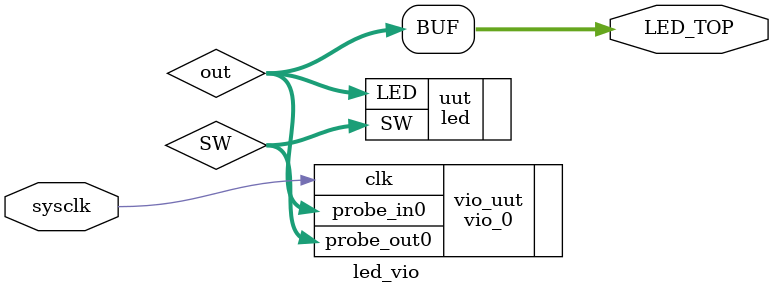
<source format=sv>
module led_vio(
input logic sysclk, // FOR VIO clocking

output logic [3:0] LED_TOP
);

logic [1:0]SW;
logic [3:0] out;
assign LED_TOP = out; 
led uut(
.SW(SW),
.LED(out)
);

vio_0 vio_uut(
.clk(sysclk),
.probe_out0(SW),
.probe_in0(out)
);
endmodule
</source>
